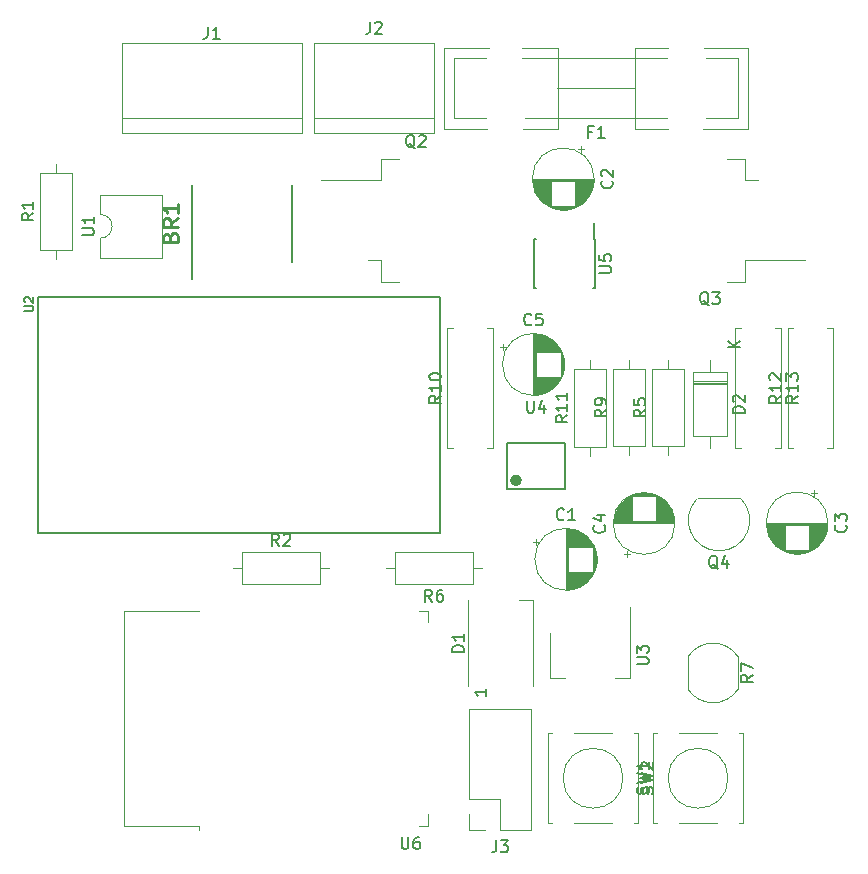
<source format=gbr>
G04 #@! TF.GenerationSoftware,KiCad,Pcbnew,5.0.2+dfsg1-1*
G04 #@! TF.CreationDate,2019-08-06T01:46:57+02:00*
G04 #@! TF.ProjectId,ceiling-light-dimmable,6365696c-696e-4672-9d6c-696768742d64,v1.1.0*
G04 #@! TF.SameCoordinates,Original*
G04 #@! TF.FileFunction,Legend,Top*
G04 #@! TF.FilePolarity,Positive*
%FSLAX46Y46*%
G04 Gerber Fmt 4.6, Leading zero omitted, Abs format (unit mm)*
G04 Created by KiCad (PCBNEW 5.0.2+dfsg1-1) date Tue 06 Aug 2019 01:46:57 AM CEST*
%MOMM*%
%LPD*%
G01*
G04 APERTURE LIST*
%ADD10C,0.120000*%
%ADD11C,0.150000*%
%ADD12C,0.500000*%
%ADD13C,0.200000*%
%ADD14C,0.127000*%
%ADD15C,0.254000*%
G04 APERTURE END LIST*
D10*
G04 #@! TO.C,J3*
X71701000Y-93018000D02*
X69101000Y-93018000D01*
X71701000Y-93018000D02*
X71701000Y-82738000D01*
X71701000Y-82738000D02*
X66501000Y-82738000D01*
X66501000Y-90418000D02*
X66501000Y-82738000D01*
X69101000Y-90418000D02*
X66501000Y-90418000D01*
X69101000Y-93018000D02*
X69101000Y-90418000D01*
X66501000Y-93018000D02*
X66501000Y-91688000D01*
X67831000Y-93018000D02*
X66501000Y-93018000D01*
G04 #@! TO.C,C5*
X74545000Y-53600000D02*
G75*
G03X74545000Y-53600000I-2620000J0D01*
G01*
X71925000Y-51020000D02*
X71925000Y-56180000D01*
X71965000Y-51020000D02*
X71965000Y-56180000D01*
X72005000Y-51021000D02*
X72005000Y-56179000D01*
X72045000Y-51022000D02*
X72045000Y-56178000D01*
X72085000Y-51024000D02*
X72085000Y-56176000D01*
X72125000Y-51027000D02*
X72125000Y-56173000D01*
X72165000Y-51031000D02*
X72165000Y-52560000D01*
X72165000Y-54640000D02*
X72165000Y-56169000D01*
X72205000Y-51035000D02*
X72205000Y-52560000D01*
X72205000Y-54640000D02*
X72205000Y-56165000D01*
X72245000Y-51039000D02*
X72245000Y-52560000D01*
X72245000Y-54640000D02*
X72245000Y-56161000D01*
X72285000Y-51044000D02*
X72285000Y-52560000D01*
X72285000Y-54640000D02*
X72285000Y-56156000D01*
X72325000Y-51050000D02*
X72325000Y-52560000D01*
X72325000Y-54640000D02*
X72325000Y-56150000D01*
X72365000Y-51057000D02*
X72365000Y-52560000D01*
X72365000Y-54640000D02*
X72365000Y-56143000D01*
X72405000Y-51064000D02*
X72405000Y-52560000D01*
X72405000Y-54640000D02*
X72405000Y-56136000D01*
X72445000Y-51072000D02*
X72445000Y-52560000D01*
X72445000Y-54640000D02*
X72445000Y-56128000D01*
X72485000Y-51080000D02*
X72485000Y-52560000D01*
X72485000Y-54640000D02*
X72485000Y-56120000D01*
X72525000Y-51089000D02*
X72525000Y-52560000D01*
X72525000Y-54640000D02*
X72525000Y-56111000D01*
X72565000Y-51099000D02*
X72565000Y-52560000D01*
X72565000Y-54640000D02*
X72565000Y-56101000D01*
X72605000Y-51109000D02*
X72605000Y-52560000D01*
X72605000Y-54640000D02*
X72605000Y-56091000D01*
X72646000Y-51120000D02*
X72646000Y-52560000D01*
X72646000Y-54640000D02*
X72646000Y-56080000D01*
X72686000Y-51132000D02*
X72686000Y-52560000D01*
X72686000Y-54640000D02*
X72686000Y-56068000D01*
X72726000Y-51145000D02*
X72726000Y-52560000D01*
X72726000Y-54640000D02*
X72726000Y-56055000D01*
X72766000Y-51158000D02*
X72766000Y-52560000D01*
X72766000Y-54640000D02*
X72766000Y-56042000D01*
X72806000Y-51172000D02*
X72806000Y-52560000D01*
X72806000Y-54640000D02*
X72806000Y-56028000D01*
X72846000Y-51186000D02*
X72846000Y-52560000D01*
X72846000Y-54640000D02*
X72846000Y-56014000D01*
X72886000Y-51202000D02*
X72886000Y-52560000D01*
X72886000Y-54640000D02*
X72886000Y-55998000D01*
X72926000Y-51218000D02*
X72926000Y-52560000D01*
X72926000Y-54640000D02*
X72926000Y-55982000D01*
X72966000Y-51235000D02*
X72966000Y-52560000D01*
X72966000Y-54640000D02*
X72966000Y-55965000D01*
X73006000Y-51252000D02*
X73006000Y-52560000D01*
X73006000Y-54640000D02*
X73006000Y-55948000D01*
X73046000Y-51271000D02*
X73046000Y-52560000D01*
X73046000Y-54640000D02*
X73046000Y-55929000D01*
X73086000Y-51290000D02*
X73086000Y-52560000D01*
X73086000Y-54640000D02*
X73086000Y-55910000D01*
X73126000Y-51310000D02*
X73126000Y-52560000D01*
X73126000Y-54640000D02*
X73126000Y-55890000D01*
X73166000Y-51332000D02*
X73166000Y-52560000D01*
X73166000Y-54640000D02*
X73166000Y-55868000D01*
X73206000Y-51353000D02*
X73206000Y-52560000D01*
X73206000Y-54640000D02*
X73206000Y-55847000D01*
X73246000Y-51376000D02*
X73246000Y-52560000D01*
X73246000Y-54640000D02*
X73246000Y-55824000D01*
X73286000Y-51400000D02*
X73286000Y-52560000D01*
X73286000Y-54640000D02*
X73286000Y-55800000D01*
X73326000Y-51425000D02*
X73326000Y-52560000D01*
X73326000Y-54640000D02*
X73326000Y-55775000D01*
X73366000Y-51451000D02*
X73366000Y-52560000D01*
X73366000Y-54640000D02*
X73366000Y-55749000D01*
X73406000Y-51478000D02*
X73406000Y-52560000D01*
X73406000Y-54640000D02*
X73406000Y-55722000D01*
X73446000Y-51505000D02*
X73446000Y-52560000D01*
X73446000Y-54640000D02*
X73446000Y-55695000D01*
X73486000Y-51535000D02*
X73486000Y-52560000D01*
X73486000Y-54640000D02*
X73486000Y-55665000D01*
X73526000Y-51565000D02*
X73526000Y-52560000D01*
X73526000Y-54640000D02*
X73526000Y-55635000D01*
X73566000Y-51596000D02*
X73566000Y-52560000D01*
X73566000Y-54640000D02*
X73566000Y-55604000D01*
X73606000Y-51629000D02*
X73606000Y-52560000D01*
X73606000Y-54640000D02*
X73606000Y-55571000D01*
X73646000Y-51663000D02*
X73646000Y-52560000D01*
X73646000Y-54640000D02*
X73646000Y-55537000D01*
X73686000Y-51699000D02*
X73686000Y-52560000D01*
X73686000Y-54640000D02*
X73686000Y-55501000D01*
X73726000Y-51736000D02*
X73726000Y-52560000D01*
X73726000Y-54640000D02*
X73726000Y-55464000D01*
X73766000Y-51774000D02*
X73766000Y-52560000D01*
X73766000Y-54640000D02*
X73766000Y-55426000D01*
X73806000Y-51815000D02*
X73806000Y-52560000D01*
X73806000Y-54640000D02*
X73806000Y-55385000D01*
X73846000Y-51857000D02*
X73846000Y-52560000D01*
X73846000Y-54640000D02*
X73846000Y-55343000D01*
X73886000Y-51901000D02*
X73886000Y-52560000D01*
X73886000Y-54640000D02*
X73886000Y-55299000D01*
X73926000Y-51947000D02*
X73926000Y-52560000D01*
X73926000Y-54640000D02*
X73926000Y-55253000D01*
X73966000Y-51995000D02*
X73966000Y-52560000D01*
X73966000Y-54640000D02*
X73966000Y-55205000D01*
X74006000Y-52046000D02*
X74006000Y-52560000D01*
X74006000Y-54640000D02*
X74006000Y-55154000D01*
X74046000Y-52100000D02*
X74046000Y-52560000D01*
X74046000Y-54640000D02*
X74046000Y-55100000D01*
X74086000Y-52157000D02*
X74086000Y-52560000D01*
X74086000Y-54640000D02*
X74086000Y-55043000D01*
X74126000Y-52217000D02*
X74126000Y-52560000D01*
X74126000Y-54640000D02*
X74126000Y-54983000D01*
X74166000Y-52281000D02*
X74166000Y-52560000D01*
X74166000Y-54640000D02*
X74166000Y-54919000D01*
X74206000Y-52349000D02*
X74206000Y-52560000D01*
X74206000Y-54640000D02*
X74206000Y-54851000D01*
X74246000Y-52422000D02*
X74246000Y-54778000D01*
X74286000Y-52502000D02*
X74286000Y-54698000D01*
X74326000Y-52589000D02*
X74326000Y-54611000D01*
X74366000Y-52685000D02*
X74366000Y-54515000D01*
X74406000Y-52795000D02*
X74406000Y-54405000D01*
X74446000Y-52923000D02*
X74446000Y-54277000D01*
X74486000Y-53082000D02*
X74486000Y-54118000D01*
X74526000Y-53316000D02*
X74526000Y-53884000D01*
X69120225Y-52125000D02*
X69620225Y-52125000D01*
X69370225Y-51875000D02*
X69370225Y-52375000D01*
G04 #@! TO.C,C4*
X79568000Y-69624775D02*
X80068000Y-69624775D01*
X79818000Y-69874775D02*
X79818000Y-69374775D01*
X81009000Y-64469000D02*
X81577000Y-64469000D01*
X80775000Y-64509000D02*
X81811000Y-64509000D01*
X80616000Y-64549000D02*
X81970000Y-64549000D01*
X80488000Y-64589000D02*
X82098000Y-64589000D01*
X80378000Y-64629000D02*
X82208000Y-64629000D01*
X80282000Y-64669000D02*
X82304000Y-64669000D01*
X80195000Y-64709000D02*
X82391000Y-64709000D01*
X80115000Y-64749000D02*
X82471000Y-64749000D01*
X82333000Y-64789000D02*
X82544000Y-64789000D01*
X80042000Y-64789000D02*
X80253000Y-64789000D01*
X82333000Y-64829000D02*
X82612000Y-64829000D01*
X79974000Y-64829000D02*
X80253000Y-64829000D01*
X82333000Y-64869000D02*
X82676000Y-64869000D01*
X79910000Y-64869000D02*
X80253000Y-64869000D01*
X82333000Y-64909000D02*
X82736000Y-64909000D01*
X79850000Y-64909000D02*
X80253000Y-64909000D01*
X82333000Y-64949000D02*
X82793000Y-64949000D01*
X79793000Y-64949000D02*
X80253000Y-64949000D01*
X82333000Y-64989000D02*
X82847000Y-64989000D01*
X79739000Y-64989000D02*
X80253000Y-64989000D01*
X82333000Y-65029000D02*
X82898000Y-65029000D01*
X79688000Y-65029000D02*
X80253000Y-65029000D01*
X82333000Y-65069000D02*
X82946000Y-65069000D01*
X79640000Y-65069000D02*
X80253000Y-65069000D01*
X82333000Y-65109000D02*
X82992000Y-65109000D01*
X79594000Y-65109000D02*
X80253000Y-65109000D01*
X82333000Y-65149000D02*
X83036000Y-65149000D01*
X79550000Y-65149000D02*
X80253000Y-65149000D01*
X82333000Y-65189000D02*
X83078000Y-65189000D01*
X79508000Y-65189000D02*
X80253000Y-65189000D01*
X82333000Y-65229000D02*
X83119000Y-65229000D01*
X79467000Y-65229000D02*
X80253000Y-65229000D01*
X82333000Y-65269000D02*
X83157000Y-65269000D01*
X79429000Y-65269000D02*
X80253000Y-65269000D01*
X82333000Y-65309000D02*
X83194000Y-65309000D01*
X79392000Y-65309000D02*
X80253000Y-65309000D01*
X82333000Y-65349000D02*
X83230000Y-65349000D01*
X79356000Y-65349000D02*
X80253000Y-65349000D01*
X82333000Y-65389000D02*
X83264000Y-65389000D01*
X79322000Y-65389000D02*
X80253000Y-65389000D01*
X82333000Y-65429000D02*
X83297000Y-65429000D01*
X79289000Y-65429000D02*
X80253000Y-65429000D01*
X82333000Y-65469000D02*
X83328000Y-65469000D01*
X79258000Y-65469000D02*
X80253000Y-65469000D01*
X82333000Y-65509000D02*
X83358000Y-65509000D01*
X79228000Y-65509000D02*
X80253000Y-65509000D01*
X82333000Y-65549000D02*
X83388000Y-65549000D01*
X79198000Y-65549000D02*
X80253000Y-65549000D01*
X82333000Y-65589000D02*
X83415000Y-65589000D01*
X79171000Y-65589000D02*
X80253000Y-65589000D01*
X82333000Y-65629000D02*
X83442000Y-65629000D01*
X79144000Y-65629000D02*
X80253000Y-65629000D01*
X82333000Y-65669000D02*
X83468000Y-65669000D01*
X79118000Y-65669000D02*
X80253000Y-65669000D01*
X82333000Y-65709000D02*
X83493000Y-65709000D01*
X79093000Y-65709000D02*
X80253000Y-65709000D01*
X82333000Y-65749000D02*
X83517000Y-65749000D01*
X79069000Y-65749000D02*
X80253000Y-65749000D01*
X82333000Y-65789000D02*
X83540000Y-65789000D01*
X79046000Y-65789000D02*
X80253000Y-65789000D01*
X82333000Y-65829000D02*
X83561000Y-65829000D01*
X79025000Y-65829000D02*
X80253000Y-65829000D01*
X82333000Y-65869000D02*
X83583000Y-65869000D01*
X79003000Y-65869000D02*
X80253000Y-65869000D01*
X82333000Y-65909000D02*
X83603000Y-65909000D01*
X78983000Y-65909000D02*
X80253000Y-65909000D01*
X82333000Y-65949000D02*
X83622000Y-65949000D01*
X78964000Y-65949000D02*
X80253000Y-65949000D01*
X82333000Y-65989000D02*
X83641000Y-65989000D01*
X78945000Y-65989000D02*
X80253000Y-65989000D01*
X82333000Y-66029000D02*
X83658000Y-66029000D01*
X78928000Y-66029000D02*
X80253000Y-66029000D01*
X82333000Y-66069000D02*
X83675000Y-66069000D01*
X78911000Y-66069000D02*
X80253000Y-66069000D01*
X82333000Y-66109000D02*
X83691000Y-66109000D01*
X78895000Y-66109000D02*
X80253000Y-66109000D01*
X82333000Y-66149000D02*
X83707000Y-66149000D01*
X78879000Y-66149000D02*
X80253000Y-66149000D01*
X82333000Y-66189000D02*
X83721000Y-66189000D01*
X78865000Y-66189000D02*
X80253000Y-66189000D01*
X82333000Y-66229000D02*
X83735000Y-66229000D01*
X78851000Y-66229000D02*
X80253000Y-66229000D01*
X82333000Y-66269000D02*
X83748000Y-66269000D01*
X78838000Y-66269000D02*
X80253000Y-66269000D01*
X82333000Y-66309000D02*
X83761000Y-66309000D01*
X78825000Y-66309000D02*
X80253000Y-66309000D01*
X82333000Y-66349000D02*
X83773000Y-66349000D01*
X78813000Y-66349000D02*
X80253000Y-66349000D01*
X82333000Y-66390000D02*
X83784000Y-66390000D01*
X78802000Y-66390000D02*
X80253000Y-66390000D01*
X82333000Y-66430000D02*
X83794000Y-66430000D01*
X78792000Y-66430000D02*
X80253000Y-66430000D01*
X82333000Y-66470000D02*
X83804000Y-66470000D01*
X78782000Y-66470000D02*
X80253000Y-66470000D01*
X82333000Y-66510000D02*
X83813000Y-66510000D01*
X78773000Y-66510000D02*
X80253000Y-66510000D01*
X82333000Y-66550000D02*
X83821000Y-66550000D01*
X78765000Y-66550000D02*
X80253000Y-66550000D01*
X82333000Y-66590000D02*
X83829000Y-66590000D01*
X78757000Y-66590000D02*
X80253000Y-66590000D01*
X82333000Y-66630000D02*
X83836000Y-66630000D01*
X78750000Y-66630000D02*
X80253000Y-66630000D01*
X82333000Y-66670000D02*
X83843000Y-66670000D01*
X78743000Y-66670000D02*
X80253000Y-66670000D01*
X82333000Y-66710000D02*
X83849000Y-66710000D01*
X78737000Y-66710000D02*
X80253000Y-66710000D01*
X82333000Y-66750000D02*
X83854000Y-66750000D01*
X78732000Y-66750000D02*
X80253000Y-66750000D01*
X82333000Y-66790000D02*
X83858000Y-66790000D01*
X78728000Y-66790000D02*
X80253000Y-66790000D01*
X82333000Y-66830000D02*
X83862000Y-66830000D01*
X78724000Y-66830000D02*
X80253000Y-66830000D01*
X78720000Y-66870000D02*
X83866000Y-66870000D01*
X78717000Y-66910000D02*
X83869000Y-66910000D01*
X78715000Y-66950000D02*
X83871000Y-66950000D01*
X78714000Y-66990000D02*
X83872000Y-66990000D01*
X78713000Y-67030000D02*
X83873000Y-67030000D01*
X78713000Y-67070000D02*
X83873000Y-67070000D01*
X83913000Y-67070000D02*
G75*
G03X83913000Y-67070000I-2620000J0D01*
G01*
G04 #@! TO.C,C1*
X77289000Y-70098000D02*
G75*
G03X77289000Y-70098000I-2620000J0D01*
G01*
X74669000Y-67518000D02*
X74669000Y-72678000D01*
X74709000Y-67518000D02*
X74709000Y-72678000D01*
X74749000Y-67519000D02*
X74749000Y-72677000D01*
X74789000Y-67520000D02*
X74789000Y-72676000D01*
X74829000Y-67522000D02*
X74829000Y-72674000D01*
X74869000Y-67525000D02*
X74869000Y-72671000D01*
X74909000Y-67529000D02*
X74909000Y-69058000D01*
X74909000Y-71138000D02*
X74909000Y-72667000D01*
X74949000Y-67533000D02*
X74949000Y-69058000D01*
X74949000Y-71138000D02*
X74949000Y-72663000D01*
X74989000Y-67537000D02*
X74989000Y-69058000D01*
X74989000Y-71138000D02*
X74989000Y-72659000D01*
X75029000Y-67542000D02*
X75029000Y-69058000D01*
X75029000Y-71138000D02*
X75029000Y-72654000D01*
X75069000Y-67548000D02*
X75069000Y-69058000D01*
X75069000Y-71138000D02*
X75069000Y-72648000D01*
X75109000Y-67555000D02*
X75109000Y-69058000D01*
X75109000Y-71138000D02*
X75109000Y-72641000D01*
X75149000Y-67562000D02*
X75149000Y-69058000D01*
X75149000Y-71138000D02*
X75149000Y-72634000D01*
X75189000Y-67570000D02*
X75189000Y-69058000D01*
X75189000Y-71138000D02*
X75189000Y-72626000D01*
X75229000Y-67578000D02*
X75229000Y-69058000D01*
X75229000Y-71138000D02*
X75229000Y-72618000D01*
X75269000Y-67587000D02*
X75269000Y-69058000D01*
X75269000Y-71138000D02*
X75269000Y-72609000D01*
X75309000Y-67597000D02*
X75309000Y-69058000D01*
X75309000Y-71138000D02*
X75309000Y-72599000D01*
X75349000Y-67607000D02*
X75349000Y-69058000D01*
X75349000Y-71138000D02*
X75349000Y-72589000D01*
X75390000Y-67618000D02*
X75390000Y-69058000D01*
X75390000Y-71138000D02*
X75390000Y-72578000D01*
X75430000Y-67630000D02*
X75430000Y-69058000D01*
X75430000Y-71138000D02*
X75430000Y-72566000D01*
X75470000Y-67643000D02*
X75470000Y-69058000D01*
X75470000Y-71138000D02*
X75470000Y-72553000D01*
X75510000Y-67656000D02*
X75510000Y-69058000D01*
X75510000Y-71138000D02*
X75510000Y-72540000D01*
X75550000Y-67670000D02*
X75550000Y-69058000D01*
X75550000Y-71138000D02*
X75550000Y-72526000D01*
X75590000Y-67684000D02*
X75590000Y-69058000D01*
X75590000Y-71138000D02*
X75590000Y-72512000D01*
X75630000Y-67700000D02*
X75630000Y-69058000D01*
X75630000Y-71138000D02*
X75630000Y-72496000D01*
X75670000Y-67716000D02*
X75670000Y-69058000D01*
X75670000Y-71138000D02*
X75670000Y-72480000D01*
X75710000Y-67733000D02*
X75710000Y-69058000D01*
X75710000Y-71138000D02*
X75710000Y-72463000D01*
X75750000Y-67750000D02*
X75750000Y-69058000D01*
X75750000Y-71138000D02*
X75750000Y-72446000D01*
X75790000Y-67769000D02*
X75790000Y-69058000D01*
X75790000Y-71138000D02*
X75790000Y-72427000D01*
X75830000Y-67788000D02*
X75830000Y-69058000D01*
X75830000Y-71138000D02*
X75830000Y-72408000D01*
X75870000Y-67808000D02*
X75870000Y-69058000D01*
X75870000Y-71138000D02*
X75870000Y-72388000D01*
X75910000Y-67830000D02*
X75910000Y-69058000D01*
X75910000Y-71138000D02*
X75910000Y-72366000D01*
X75950000Y-67851000D02*
X75950000Y-69058000D01*
X75950000Y-71138000D02*
X75950000Y-72345000D01*
X75990000Y-67874000D02*
X75990000Y-69058000D01*
X75990000Y-71138000D02*
X75990000Y-72322000D01*
X76030000Y-67898000D02*
X76030000Y-69058000D01*
X76030000Y-71138000D02*
X76030000Y-72298000D01*
X76070000Y-67923000D02*
X76070000Y-69058000D01*
X76070000Y-71138000D02*
X76070000Y-72273000D01*
X76110000Y-67949000D02*
X76110000Y-69058000D01*
X76110000Y-71138000D02*
X76110000Y-72247000D01*
X76150000Y-67976000D02*
X76150000Y-69058000D01*
X76150000Y-71138000D02*
X76150000Y-72220000D01*
X76190000Y-68003000D02*
X76190000Y-69058000D01*
X76190000Y-71138000D02*
X76190000Y-72193000D01*
X76230000Y-68033000D02*
X76230000Y-69058000D01*
X76230000Y-71138000D02*
X76230000Y-72163000D01*
X76270000Y-68063000D02*
X76270000Y-69058000D01*
X76270000Y-71138000D02*
X76270000Y-72133000D01*
X76310000Y-68094000D02*
X76310000Y-69058000D01*
X76310000Y-71138000D02*
X76310000Y-72102000D01*
X76350000Y-68127000D02*
X76350000Y-69058000D01*
X76350000Y-71138000D02*
X76350000Y-72069000D01*
X76390000Y-68161000D02*
X76390000Y-69058000D01*
X76390000Y-71138000D02*
X76390000Y-72035000D01*
X76430000Y-68197000D02*
X76430000Y-69058000D01*
X76430000Y-71138000D02*
X76430000Y-71999000D01*
X76470000Y-68234000D02*
X76470000Y-69058000D01*
X76470000Y-71138000D02*
X76470000Y-71962000D01*
X76510000Y-68272000D02*
X76510000Y-69058000D01*
X76510000Y-71138000D02*
X76510000Y-71924000D01*
X76550000Y-68313000D02*
X76550000Y-69058000D01*
X76550000Y-71138000D02*
X76550000Y-71883000D01*
X76590000Y-68355000D02*
X76590000Y-69058000D01*
X76590000Y-71138000D02*
X76590000Y-71841000D01*
X76630000Y-68399000D02*
X76630000Y-69058000D01*
X76630000Y-71138000D02*
X76630000Y-71797000D01*
X76670000Y-68445000D02*
X76670000Y-69058000D01*
X76670000Y-71138000D02*
X76670000Y-71751000D01*
X76710000Y-68493000D02*
X76710000Y-69058000D01*
X76710000Y-71138000D02*
X76710000Y-71703000D01*
X76750000Y-68544000D02*
X76750000Y-69058000D01*
X76750000Y-71138000D02*
X76750000Y-71652000D01*
X76790000Y-68598000D02*
X76790000Y-69058000D01*
X76790000Y-71138000D02*
X76790000Y-71598000D01*
X76830000Y-68655000D02*
X76830000Y-69058000D01*
X76830000Y-71138000D02*
X76830000Y-71541000D01*
X76870000Y-68715000D02*
X76870000Y-69058000D01*
X76870000Y-71138000D02*
X76870000Y-71481000D01*
X76910000Y-68779000D02*
X76910000Y-69058000D01*
X76910000Y-71138000D02*
X76910000Y-71417000D01*
X76950000Y-68847000D02*
X76950000Y-69058000D01*
X76950000Y-71138000D02*
X76950000Y-71349000D01*
X76990000Y-68920000D02*
X76990000Y-71276000D01*
X77030000Y-69000000D02*
X77030000Y-71196000D01*
X77070000Y-69087000D02*
X77070000Y-71109000D01*
X77110000Y-69183000D02*
X77110000Y-71013000D01*
X77150000Y-69293000D02*
X77150000Y-70903000D01*
X77190000Y-69421000D02*
X77190000Y-70775000D01*
X77230000Y-69580000D02*
X77230000Y-70616000D01*
X77270000Y-69814000D02*
X77270000Y-70382000D01*
X71864225Y-68623000D02*
X72364225Y-68623000D01*
X72114225Y-68373000D02*
X72114225Y-68873000D01*
G04 #@! TO.C,C2*
X76175000Y-35345225D02*
X75675000Y-35345225D01*
X75925000Y-35095225D02*
X75925000Y-35595225D01*
X74734000Y-40501000D02*
X74166000Y-40501000D01*
X74968000Y-40461000D02*
X73932000Y-40461000D01*
X75127000Y-40421000D02*
X73773000Y-40421000D01*
X75255000Y-40381000D02*
X73645000Y-40381000D01*
X75365000Y-40341000D02*
X73535000Y-40341000D01*
X75461000Y-40301000D02*
X73439000Y-40301000D01*
X75548000Y-40261000D02*
X73352000Y-40261000D01*
X75628000Y-40221000D02*
X73272000Y-40221000D01*
X73410000Y-40181000D02*
X73199000Y-40181000D01*
X75701000Y-40181000D02*
X75490000Y-40181000D01*
X73410000Y-40141000D02*
X73131000Y-40141000D01*
X75769000Y-40141000D02*
X75490000Y-40141000D01*
X73410000Y-40101000D02*
X73067000Y-40101000D01*
X75833000Y-40101000D02*
X75490000Y-40101000D01*
X73410000Y-40061000D02*
X73007000Y-40061000D01*
X75893000Y-40061000D02*
X75490000Y-40061000D01*
X73410000Y-40021000D02*
X72950000Y-40021000D01*
X75950000Y-40021000D02*
X75490000Y-40021000D01*
X73410000Y-39981000D02*
X72896000Y-39981000D01*
X76004000Y-39981000D02*
X75490000Y-39981000D01*
X73410000Y-39941000D02*
X72845000Y-39941000D01*
X76055000Y-39941000D02*
X75490000Y-39941000D01*
X73410000Y-39901000D02*
X72797000Y-39901000D01*
X76103000Y-39901000D02*
X75490000Y-39901000D01*
X73410000Y-39861000D02*
X72751000Y-39861000D01*
X76149000Y-39861000D02*
X75490000Y-39861000D01*
X73410000Y-39821000D02*
X72707000Y-39821000D01*
X76193000Y-39821000D02*
X75490000Y-39821000D01*
X73410000Y-39781000D02*
X72665000Y-39781000D01*
X76235000Y-39781000D02*
X75490000Y-39781000D01*
X73410000Y-39741000D02*
X72624000Y-39741000D01*
X76276000Y-39741000D02*
X75490000Y-39741000D01*
X73410000Y-39701000D02*
X72586000Y-39701000D01*
X76314000Y-39701000D02*
X75490000Y-39701000D01*
X73410000Y-39661000D02*
X72549000Y-39661000D01*
X76351000Y-39661000D02*
X75490000Y-39661000D01*
X73410000Y-39621000D02*
X72513000Y-39621000D01*
X76387000Y-39621000D02*
X75490000Y-39621000D01*
X73410000Y-39581000D02*
X72479000Y-39581000D01*
X76421000Y-39581000D02*
X75490000Y-39581000D01*
X73410000Y-39541000D02*
X72446000Y-39541000D01*
X76454000Y-39541000D02*
X75490000Y-39541000D01*
X73410000Y-39501000D02*
X72415000Y-39501000D01*
X76485000Y-39501000D02*
X75490000Y-39501000D01*
X73410000Y-39461000D02*
X72385000Y-39461000D01*
X76515000Y-39461000D02*
X75490000Y-39461000D01*
X73410000Y-39421000D02*
X72355000Y-39421000D01*
X76545000Y-39421000D02*
X75490000Y-39421000D01*
X73410000Y-39381000D02*
X72328000Y-39381000D01*
X76572000Y-39381000D02*
X75490000Y-39381000D01*
X73410000Y-39341000D02*
X72301000Y-39341000D01*
X76599000Y-39341000D02*
X75490000Y-39341000D01*
X73410000Y-39301000D02*
X72275000Y-39301000D01*
X76625000Y-39301000D02*
X75490000Y-39301000D01*
X73410000Y-39261000D02*
X72250000Y-39261000D01*
X76650000Y-39261000D02*
X75490000Y-39261000D01*
X73410000Y-39221000D02*
X72226000Y-39221000D01*
X76674000Y-39221000D02*
X75490000Y-39221000D01*
X73410000Y-39181000D02*
X72203000Y-39181000D01*
X76697000Y-39181000D02*
X75490000Y-39181000D01*
X73410000Y-39141000D02*
X72182000Y-39141000D01*
X76718000Y-39141000D02*
X75490000Y-39141000D01*
X73410000Y-39101000D02*
X72160000Y-39101000D01*
X76740000Y-39101000D02*
X75490000Y-39101000D01*
X73410000Y-39061000D02*
X72140000Y-39061000D01*
X76760000Y-39061000D02*
X75490000Y-39061000D01*
X73410000Y-39021000D02*
X72121000Y-39021000D01*
X76779000Y-39021000D02*
X75490000Y-39021000D01*
X73410000Y-38981000D02*
X72102000Y-38981000D01*
X76798000Y-38981000D02*
X75490000Y-38981000D01*
X73410000Y-38941000D02*
X72085000Y-38941000D01*
X76815000Y-38941000D02*
X75490000Y-38941000D01*
X73410000Y-38901000D02*
X72068000Y-38901000D01*
X76832000Y-38901000D02*
X75490000Y-38901000D01*
X73410000Y-38861000D02*
X72052000Y-38861000D01*
X76848000Y-38861000D02*
X75490000Y-38861000D01*
X73410000Y-38821000D02*
X72036000Y-38821000D01*
X76864000Y-38821000D02*
X75490000Y-38821000D01*
X73410000Y-38781000D02*
X72022000Y-38781000D01*
X76878000Y-38781000D02*
X75490000Y-38781000D01*
X73410000Y-38741000D02*
X72008000Y-38741000D01*
X76892000Y-38741000D02*
X75490000Y-38741000D01*
X73410000Y-38701000D02*
X71995000Y-38701000D01*
X76905000Y-38701000D02*
X75490000Y-38701000D01*
X73410000Y-38661000D02*
X71982000Y-38661000D01*
X76918000Y-38661000D02*
X75490000Y-38661000D01*
X73410000Y-38621000D02*
X71970000Y-38621000D01*
X76930000Y-38621000D02*
X75490000Y-38621000D01*
X73410000Y-38580000D02*
X71959000Y-38580000D01*
X76941000Y-38580000D02*
X75490000Y-38580000D01*
X73410000Y-38540000D02*
X71949000Y-38540000D01*
X76951000Y-38540000D02*
X75490000Y-38540000D01*
X73410000Y-38500000D02*
X71939000Y-38500000D01*
X76961000Y-38500000D02*
X75490000Y-38500000D01*
X73410000Y-38460000D02*
X71930000Y-38460000D01*
X76970000Y-38460000D02*
X75490000Y-38460000D01*
X73410000Y-38420000D02*
X71922000Y-38420000D01*
X76978000Y-38420000D02*
X75490000Y-38420000D01*
X73410000Y-38380000D02*
X71914000Y-38380000D01*
X76986000Y-38380000D02*
X75490000Y-38380000D01*
X73410000Y-38340000D02*
X71907000Y-38340000D01*
X76993000Y-38340000D02*
X75490000Y-38340000D01*
X73410000Y-38300000D02*
X71900000Y-38300000D01*
X77000000Y-38300000D02*
X75490000Y-38300000D01*
X73410000Y-38260000D02*
X71894000Y-38260000D01*
X77006000Y-38260000D02*
X75490000Y-38260000D01*
X73410000Y-38220000D02*
X71889000Y-38220000D01*
X77011000Y-38220000D02*
X75490000Y-38220000D01*
X73410000Y-38180000D02*
X71885000Y-38180000D01*
X77015000Y-38180000D02*
X75490000Y-38180000D01*
X73410000Y-38140000D02*
X71881000Y-38140000D01*
X77019000Y-38140000D02*
X75490000Y-38140000D01*
X77023000Y-38100000D02*
X71877000Y-38100000D01*
X77026000Y-38060000D02*
X71874000Y-38060000D01*
X77028000Y-38020000D02*
X71872000Y-38020000D01*
X77029000Y-37980000D02*
X71871000Y-37980000D01*
X77030000Y-37940000D02*
X71870000Y-37940000D01*
X77030000Y-37900000D02*
X71870000Y-37900000D01*
X77070000Y-37900000D02*
G75*
G03X77070000Y-37900000I-2620000J0D01*
G01*
G04 #@! TO.C,C3*
X96867000Y-67030000D02*
G75*
G03X96867000Y-67030000I-2620000J0D01*
G01*
X96827000Y-67030000D02*
X91667000Y-67030000D01*
X96827000Y-67070000D02*
X91667000Y-67070000D01*
X96826000Y-67110000D02*
X91668000Y-67110000D01*
X96825000Y-67150000D02*
X91669000Y-67150000D01*
X96823000Y-67190000D02*
X91671000Y-67190000D01*
X96820000Y-67230000D02*
X91674000Y-67230000D01*
X96816000Y-67270000D02*
X95287000Y-67270000D01*
X93207000Y-67270000D02*
X91678000Y-67270000D01*
X96812000Y-67310000D02*
X95287000Y-67310000D01*
X93207000Y-67310000D02*
X91682000Y-67310000D01*
X96808000Y-67350000D02*
X95287000Y-67350000D01*
X93207000Y-67350000D02*
X91686000Y-67350000D01*
X96803000Y-67390000D02*
X95287000Y-67390000D01*
X93207000Y-67390000D02*
X91691000Y-67390000D01*
X96797000Y-67430000D02*
X95287000Y-67430000D01*
X93207000Y-67430000D02*
X91697000Y-67430000D01*
X96790000Y-67470000D02*
X95287000Y-67470000D01*
X93207000Y-67470000D02*
X91704000Y-67470000D01*
X96783000Y-67510000D02*
X95287000Y-67510000D01*
X93207000Y-67510000D02*
X91711000Y-67510000D01*
X96775000Y-67550000D02*
X95287000Y-67550000D01*
X93207000Y-67550000D02*
X91719000Y-67550000D01*
X96767000Y-67590000D02*
X95287000Y-67590000D01*
X93207000Y-67590000D02*
X91727000Y-67590000D01*
X96758000Y-67630000D02*
X95287000Y-67630000D01*
X93207000Y-67630000D02*
X91736000Y-67630000D01*
X96748000Y-67670000D02*
X95287000Y-67670000D01*
X93207000Y-67670000D02*
X91746000Y-67670000D01*
X96738000Y-67710000D02*
X95287000Y-67710000D01*
X93207000Y-67710000D02*
X91756000Y-67710000D01*
X96727000Y-67751000D02*
X95287000Y-67751000D01*
X93207000Y-67751000D02*
X91767000Y-67751000D01*
X96715000Y-67791000D02*
X95287000Y-67791000D01*
X93207000Y-67791000D02*
X91779000Y-67791000D01*
X96702000Y-67831000D02*
X95287000Y-67831000D01*
X93207000Y-67831000D02*
X91792000Y-67831000D01*
X96689000Y-67871000D02*
X95287000Y-67871000D01*
X93207000Y-67871000D02*
X91805000Y-67871000D01*
X96675000Y-67911000D02*
X95287000Y-67911000D01*
X93207000Y-67911000D02*
X91819000Y-67911000D01*
X96661000Y-67951000D02*
X95287000Y-67951000D01*
X93207000Y-67951000D02*
X91833000Y-67951000D01*
X96645000Y-67991000D02*
X95287000Y-67991000D01*
X93207000Y-67991000D02*
X91849000Y-67991000D01*
X96629000Y-68031000D02*
X95287000Y-68031000D01*
X93207000Y-68031000D02*
X91865000Y-68031000D01*
X96612000Y-68071000D02*
X95287000Y-68071000D01*
X93207000Y-68071000D02*
X91882000Y-68071000D01*
X96595000Y-68111000D02*
X95287000Y-68111000D01*
X93207000Y-68111000D02*
X91899000Y-68111000D01*
X96576000Y-68151000D02*
X95287000Y-68151000D01*
X93207000Y-68151000D02*
X91918000Y-68151000D01*
X96557000Y-68191000D02*
X95287000Y-68191000D01*
X93207000Y-68191000D02*
X91937000Y-68191000D01*
X96537000Y-68231000D02*
X95287000Y-68231000D01*
X93207000Y-68231000D02*
X91957000Y-68231000D01*
X96515000Y-68271000D02*
X95287000Y-68271000D01*
X93207000Y-68271000D02*
X91979000Y-68271000D01*
X96494000Y-68311000D02*
X95287000Y-68311000D01*
X93207000Y-68311000D02*
X92000000Y-68311000D01*
X96471000Y-68351000D02*
X95287000Y-68351000D01*
X93207000Y-68351000D02*
X92023000Y-68351000D01*
X96447000Y-68391000D02*
X95287000Y-68391000D01*
X93207000Y-68391000D02*
X92047000Y-68391000D01*
X96422000Y-68431000D02*
X95287000Y-68431000D01*
X93207000Y-68431000D02*
X92072000Y-68431000D01*
X96396000Y-68471000D02*
X95287000Y-68471000D01*
X93207000Y-68471000D02*
X92098000Y-68471000D01*
X96369000Y-68511000D02*
X95287000Y-68511000D01*
X93207000Y-68511000D02*
X92125000Y-68511000D01*
X96342000Y-68551000D02*
X95287000Y-68551000D01*
X93207000Y-68551000D02*
X92152000Y-68551000D01*
X96312000Y-68591000D02*
X95287000Y-68591000D01*
X93207000Y-68591000D02*
X92182000Y-68591000D01*
X96282000Y-68631000D02*
X95287000Y-68631000D01*
X93207000Y-68631000D02*
X92212000Y-68631000D01*
X96251000Y-68671000D02*
X95287000Y-68671000D01*
X93207000Y-68671000D02*
X92243000Y-68671000D01*
X96218000Y-68711000D02*
X95287000Y-68711000D01*
X93207000Y-68711000D02*
X92276000Y-68711000D01*
X96184000Y-68751000D02*
X95287000Y-68751000D01*
X93207000Y-68751000D02*
X92310000Y-68751000D01*
X96148000Y-68791000D02*
X95287000Y-68791000D01*
X93207000Y-68791000D02*
X92346000Y-68791000D01*
X96111000Y-68831000D02*
X95287000Y-68831000D01*
X93207000Y-68831000D02*
X92383000Y-68831000D01*
X96073000Y-68871000D02*
X95287000Y-68871000D01*
X93207000Y-68871000D02*
X92421000Y-68871000D01*
X96032000Y-68911000D02*
X95287000Y-68911000D01*
X93207000Y-68911000D02*
X92462000Y-68911000D01*
X95990000Y-68951000D02*
X95287000Y-68951000D01*
X93207000Y-68951000D02*
X92504000Y-68951000D01*
X95946000Y-68991000D02*
X95287000Y-68991000D01*
X93207000Y-68991000D02*
X92548000Y-68991000D01*
X95900000Y-69031000D02*
X95287000Y-69031000D01*
X93207000Y-69031000D02*
X92594000Y-69031000D01*
X95852000Y-69071000D02*
X95287000Y-69071000D01*
X93207000Y-69071000D02*
X92642000Y-69071000D01*
X95801000Y-69111000D02*
X95287000Y-69111000D01*
X93207000Y-69111000D02*
X92693000Y-69111000D01*
X95747000Y-69151000D02*
X95287000Y-69151000D01*
X93207000Y-69151000D02*
X92747000Y-69151000D01*
X95690000Y-69191000D02*
X95287000Y-69191000D01*
X93207000Y-69191000D02*
X92804000Y-69191000D01*
X95630000Y-69231000D02*
X95287000Y-69231000D01*
X93207000Y-69231000D02*
X92864000Y-69231000D01*
X95566000Y-69271000D02*
X95287000Y-69271000D01*
X93207000Y-69271000D02*
X92928000Y-69271000D01*
X95498000Y-69311000D02*
X95287000Y-69311000D01*
X93207000Y-69311000D02*
X92996000Y-69311000D01*
X95425000Y-69351000D02*
X93069000Y-69351000D01*
X95345000Y-69391000D02*
X93149000Y-69391000D01*
X95258000Y-69431000D02*
X93236000Y-69431000D01*
X95162000Y-69471000D02*
X93332000Y-69471000D01*
X95052000Y-69511000D02*
X93442000Y-69511000D01*
X94924000Y-69551000D02*
X93570000Y-69551000D01*
X94765000Y-69591000D02*
X93729000Y-69591000D01*
X94531000Y-69631000D02*
X93963000Y-69631000D01*
X95722000Y-64225225D02*
X95722000Y-64725225D01*
X95972000Y-64475225D02*
X95472000Y-64475225D01*
D11*
G04 #@! TO.C,U4*
X69699000Y-60274000D02*
X69699000Y-64174000D01*
X69699000Y-64174000D02*
X74599000Y-64174000D01*
X74599000Y-60274000D02*
X74599000Y-64174000D01*
X69699000Y-60274000D02*
X74599000Y-60274000D01*
D12*
X70699000Y-63424000D02*
G75*
G03X70699000Y-63424000I-250000J0D01*
G01*
D10*
G04 #@! TO.C,SW2*
X79515000Y-88640000D02*
G75*
G03X79515000Y-88640000I-2540000J0D01*
G01*
X73465000Y-84830000D02*
X73165000Y-84830000D01*
X73465000Y-92450000D02*
X73165000Y-92450000D01*
X78545000Y-84830000D02*
X75405000Y-84830000D01*
X78545000Y-92450000D02*
X75405000Y-92450000D01*
X80785000Y-84830000D02*
X80485000Y-84830000D01*
X73165000Y-92450000D02*
X73165000Y-84830000D01*
X80785000Y-92450000D02*
X80485000Y-92450000D01*
X80785000Y-84830000D02*
X80785000Y-92450000D01*
G04 #@! TO.C,SW1*
X82055000Y-92450000D02*
X82055000Y-84830000D01*
X82055000Y-84830000D02*
X82355000Y-84830000D01*
X89675000Y-84830000D02*
X89675000Y-92450000D01*
X82055000Y-92450000D02*
X82355000Y-92450000D01*
X84295000Y-84830000D02*
X87435000Y-84830000D01*
X84295000Y-92450000D02*
X87435000Y-92450000D01*
X89375000Y-84830000D02*
X89675000Y-84830000D01*
X89375000Y-92450000D02*
X89675000Y-92450000D01*
X88405000Y-88640000D02*
G75*
G03X88405000Y-88640000I-2540000J0D01*
G01*
G04 #@! TO.C,D2*
X88351000Y-54262000D02*
X85411000Y-54262000D01*
X85411000Y-54262000D02*
X85411000Y-59702000D01*
X85411000Y-59702000D02*
X88351000Y-59702000D01*
X88351000Y-59702000D02*
X88351000Y-54262000D01*
X86881000Y-53242000D02*
X86881000Y-54262000D01*
X86881000Y-60722000D02*
X86881000Y-59702000D01*
X88351000Y-55162000D02*
X85411000Y-55162000D01*
X88351000Y-55282000D02*
X85411000Y-55282000D01*
X88351000Y-55042000D02*
X85411000Y-55042000D01*
D13*
G04 #@! TO.C,BR1*
X51512000Y-44900000D02*
X51512000Y-38400000D01*
X43002000Y-46355000D02*
X43002000Y-38400000D01*
D10*
G04 #@! TO.C,F1*
X73939000Y-30220000D02*
X80439000Y-30220000D01*
X64319000Y-26790000D02*
X68129000Y-26790000D01*
X73969000Y-26790000D02*
X70929000Y-26790000D01*
X71469000Y-27680000D02*
X70929000Y-27680000D01*
X65209000Y-27680000D02*
X67879000Y-27680000D01*
X73969000Y-32760000D02*
X71179000Y-32760000D01*
X65209000Y-32760000D02*
X67879000Y-32760000D01*
X64319000Y-33650000D02*
X67999000Y-33650000D01*
X73969000Y-33650000D02*
X71049000Y-33650000D01*
X90059000Y-26790000D02*
X86369000Y-26790000D01*
X80529000Y-26790000D02*
X83329000Y-26790000D01*
X83069000Y-27680000D02*
X83199000Y-27680000D01*
X83069000Y-27680000D02*
X80529000Y-27680000D01*
X89289000Y-27680000D02*
X86499000Y-27680000D01*
X90059000Y-33650000D02*
X86249000Y-33650000D01*
X80529000Y-33650000D02*
X83329000Y-33650000D01*
X80529000Y-32760000D02*
X83199000Y-32760000D01*
X89289000Y-32760000D02*
X86499000Y-32760000D01*
X64319000Y-33650000D02*
X64319000Y-26790000D01*
X73969000Y-26790000D02*
X73969000Y-27680000D01*
X73969000Y-33650000D02*
X73969000Y-32760000D01*
X90059000Y-33650000D02*
X90059000Y-26790000D01*
X80529000Y-26790000D02*
X80529000Y-27680000D01*
X80529000Y-33650000D02*
X80529000Y-32630000D01*
X71469000Y-27680000D02*
X83159000Y-27680000D01*
X83029000Y-32760000D02*
X71469000Y-32760000D01*
X80529000Y-30220000D02*
X80529000Y-32760000D01*
X89289000Y-32760000D02*
X89289000Y-27680000D01*
X80529000Y-27680000D02*
X80529000Y-30220000D01*
X73969000Y-30220000D02*
X73969000Y-32760000D01*
X65209000Y-32760000D02*
X65209000Y-27680000D01*
X73969000Y-27680000D02*
X73969000Y-30220000D01*
G04 #@! TO.C,D1*
X66351000Y-80860000D02*
X66351000Y-73560000D01*
X71851000Y-80860000D02*
X71851000Y-73560000D01*
X71851000Y-73560000D02*
X70701000Y-73560000D01*
G04 #@! TO.C,R7*
X85035000Y-78326000D02*
X85035000Y-81126000D01*
X89235000Y-78326000D02*
X89235000Y-81126000D01*
X85025758Y-81112037D02*
G75*
G03X89235000Y-81126000I2109242J1386037D01*
G01*
X89244242Y-78339963D02*
G75*
G03X85035000Y-78326000I-2109242J-1386037D01*
G01*
G04 #@! TO.C,U1*
X35259000Y-40904000D02*
G75*
G02X35259000Y-42904000I0J-1000000D01*
G01*
X35259000Y-42904000D02*
X35259000Y-44554000D01*
X35259000Y-44554000D02*
X40459000Y-44554000D01*
X40459000Y-44554000D02*
X40459000Y-39254000D01*
X40459000Y-39254000D02*
X35259000Y-39254000D01*
X35259000Y-39254000D02*
X35259000Y-40904000D01*
D11*
G04 #@! TO.C,U5*
X77125000Y-43000000D02*
X77075000Y-43000000D01*
X77125000Y-47150000D02*
X76980000Y-47150000D01*
X71975000Y-47150000D02*
X72120000Y-47150000D01*
X71975000Y-43000000D02*
X72120000Y-43000000D01*
X77125000Y-43000000D02*
X77125000Y-47150000D01*
X71975000Y-43000000D02*
X71975000Y-47150000D01*
X77075000Y-43000000D02*
X77075000Y-41600000D01*
D10*
G04 #@! TO.C,U3*
X73311000Y-80136000D02*
X74571000Y-80136000D01*
X80131000Y-80136000D02*
X78871000Y-80136000D01*
X73311000Y-76376000D02*
X73311000Y-80136000D01*
X80131000Y-74126000D02*
X80131000Y-80136000D01*
G04 #@! TO.C,Q3*
X89831000Y-38006000D02*
X90931000Y-38006000D01*
X89831000Y-36196000D02*
X89831000Y-38006000D01*
X88331000Y-36196000D02*
X89831000Y-36196000D01*
X89831000Y-44786000D02*
X94956000Y-44786000D01*
X89831000Y-46596000D02*
X89831000Y-44786000D01*
X88331000Y-46596000D02*
X89831000Y-46596000D01*
G04 #@! TO.C,Q2*
X60539000Y-36196000D02*
X59039000Y-36196000D01*
X59039000Y-36196000D02*
X59039000Y-38006000D01*
X59039000Y-38006000D02*
X53914000Y-38006000D01*
X60539000Y-46596000D02*
X59039000Y-46596000D01*
X59039000Y-46596000D02*
X59039000Y-44786000D01*
X59039000Y-44786000D02*
X57939000Y-44786000D01*
G04 #@! TO.C,Q4*
X89443000Y-64946000D02*
X85843000Y-64946000D01*
X89481478Y-64957522D02*
G75*
G02X87643000Y-69396000I-1838478J-1838478D01*
G01*
X85804522Y-64957522D02*
G75*
G03X87643000Y-69396000I1838478J-1838478D01*
G01*
D14*
G04 #@! TO.C,U2*
X64003000Y-67906000D02*
X64003000Y-47906000D01*
X30003000Y-47906000D02*
X30003000Y-67906000D01*
X30003000Y-67906000D02*
X64003000Y-67906000D01*
X64003000Y-47906000D02*
X30003000Y-47906000D01*
D10*
G04 #@! TO.C,U6*
X62199000Y-92680000D02*
X62979000Y-92680000D01*
X62979000Y-92680000D02*
X62979000Y-91680000D01*
X62199000Y-74440000D02*
X62979000Y-74440000D01*
X62979000Y-74440000D02*
X62979000Y-75440000D01*
X37234000Y-92680000D02*
X37234000Y-74440000D01*
X37234000Y-74440000D02*
X43654000Y-74440000D01*
X37234000Y-92680000D02*
X43654000Y-92680000D01*
X43654000Y-92680000D02*
X43654000Y-93060000D01*
G04 #@! TO.C,R1*
X31509000Y-36594000D02*
X31509000Y-37364000D01*
X31509000Y-44674000D02*
X31509000Y-43904000D01*
X30139000Y-37364000D02*
X30139000Y-43904000D01*
X32879000Y-37364000D02*
X30139000Y-37364000D01*
X32879000Y-43904000D02*
X32879000Y-37364000D01*
X30139000Y-43904000D02*
X32879000Y-43904000D01*
G04 #@! TO.C,R2*
X47289000Y-69490000D02*
X47289000Y-72230000D01*
X47289000Y-72230000D02*
X53829000Y-72230000D01*
X53829000Y-72230000D02*
X53829000Y-69490000D01*
X53829000Y-69490000D02*
X47289000Y-69490000D01*
X46519000Y-70860000D02*
X47289000Y-70860000D01*
X54599000Y-70860000D02*
X53829000Y-70860000D01*
G04 #@! TO.C,R5*
X81955000Y-60544000D02*
X84695000Y-60544000D01*
X84695000Y-60544000D02*
X84695000Y-54004000D01*
X84695000Y-54004000D02*
X81955000Y-54004000D01*
X81955000Y-54004000D02*
X81955000Y-60544000D01*
X83325000Y-61314000D02*
X83325000Y-60544000D01*
X83325000Y-53234000D02*
X83325000Y-54004000D01*
G04 #@! TO.C,R6*
X66783000Y-72230000D02*
X66783000Y-69490000D01*
X66783000Y-69490000D02*
X60243000Y-69490000D01*
X60243000Y-69490000D02*
X60243000Y-72230000D01*
X60243000Y-72230000D02*
X66783000Y-72230000D01*
X67553000Y-70860000D02*
X66783000Y-70860000D01*
X59473000Y-70860000D02*
X60243000Y-70860000D01*
G04 #@! TO.C,R9*
X78653000Y-60544000D02*
X81393000Y-60544000D01*
X81393000Y-60544000D02*
X81393000Y-54004000D01*
X81393000Y-54004000D02*
X78653000Y-54004000D01*
X78653000Y-54004000D02*
X78653000Y-60544000D01*
X80023000Y-61314000D02*
X80023000Y-60544000D01*
X80023000Y-53234000D02*
X80023000Y-54004000D01*
G04 #@! TO.C,R11*
X76721000Y-53244000D02*
X76721000Y-54014000D01*
X76721000Y-61324000D02*
X76721000Y-60554000D01*
X75351000Y-54014000D02*
X75351000Y-60554000D01*
X78091000Y-54014000D02*
X75351000Y-54014000D01*
X78091000Y-60554000D02*
X78091000Y-54014000D01*
X75351000Y-60554000D02*
X78091000Y-60554000D01*
G04 #@! TO.C,R10*
X65121000Y-60690000D02*
X64641000Y-60690000D01*
X64641000Y-60690000D02*
X64641000Y-50550000D01*
X64641000Y-50550000D02*
X65121000Y-50550000D01*
X68001000Y-60690000D02*
X68481000Y-60690000D01*
X68481000Y-60690000D02*
X68481000Y-50550000D01*
X68481000Y-50550000D02*
X68001000Y-50550000D01*
G04 #@! TO.C,R12*
X97293000Y-50558000D02*
X96813000Y-50558000D01*
X97293000Y-60698000D02*
X97293000Y-50558000D01*
X96813000Y-60698000D02*
X97293000Y-60698000D01*
X93453000Y-50558000D02*
X93933000Y-50558000D01*
X93453000Y-60698000D02*
X93453000Y-50558000D01*
X93933000Y-60698000D02*
X93453000Y-60698000D01*
G04 #@! TO.C,R13*
X92385000Y-50550000D02*
X92865000Y-50550000D01*
X92865000Y-50550000D02*
X92865000Y-60690000D01*
X92865000Y-60690000D02*
X92385000Y-60690000D01*
X89505000Y-50550000D02*
X89025000Y-50550000D01*
X89025000Y-50550000D02*
X89025000Y-60690000D01*
X89025000Y-60690000D02*
X89505000Y-60690000D01*
G04 #@! TO.C,J2*
X63513000Y-32760000D02*
X53353000Y-32760000D01*
X63513000Y-34030000D02*
X63513000Y-26410000D01*
X63513000Y-26410000D02*
X53353000Y-26410000D01*
X53353000Y-26410000D02*
X53353000Y-34030000D01*
X53353000Y-34030000D02*
X63513000Y-34030000D01*
G04 #@! TO.C,J1*
X37097000Y-34030000D02*
X37097000Y-26410000D01*
X52337000Y-34030000D02*
X52337000Y-26410000D01*
X37097000Y-32760000D02*
X52337000Y-32760000D01*
X37097000Y-26410000D02*
X52337000Y-26410000D01*
X37097000Y-34030000D02*
X52337000Y-34030000D01*
G04 #@! TO.C,J3*
D11*
X68767666Y-93910380D02*
X68767666Y-94624666D01*
X68720047Y-94767523D01*
X68624809Y-94862761D01*
X68481952Y-94910380D01*
X68386714Y-94910380D01*
X69148619Y-93910380D02*
X69767666Y-93910380D01*
X69434333Y-94291333D01*
X69577190Y-94291333D01*
X69672428Y-94338952D01*
X69720047Y-94386571D01*
X69767666Y-94481809D01*
X69767666Y-94719904D01*
X69720047Y-94815142D01*
X69672428Y-94862761D01*
X69577190Y-94910380D01*
X69291476Y-94910380D01*
X69196238Y-94862761D01*
X69148619Y-94815142D01*
G04 #@! TO.C,C5*
X71758333Y-50207142D02*
X71710714Y-50254761D01*
X71567857Y-50302380D01*
X71472619Y-50302380D01*
X71329761Y-50254761D01*
X71234523Y-50159523D01*
X71186904Y-50064285D01*
X71139285Y-49873809D01*
X71139285Y-49730952D01*
X71186904Y-49540476D01*
X71234523Y-49445238D01*
X71329761Y-49350000D01*
X71472619Y-49302380D01*
X71567857Y-49302380D01*
X71710714Y-49350000D01*
X71758333Y-49397619D01*
X72663095Y-49302380D02*
X72186904Y-49302380D01*
X72139285Y-49778571D01*
X72186904Y-49730952D01*
X72282142Y-49683333D01*
X72520238Y-49683333D01*
X72615476Y-49730952D01*
X72663095Y-49778571D01*
X72710714Y-49873809D01*
X72710714Y-50111904D01*
X72663095Y-50207142D01*
X72615476Y-50254761D01*
X72520238Y-50302380D01*
X72282142Y-50302380D01*
X72186904Y-50254761D01*
X72139285Y-50207142D01*
G04 #@! TO.C,C4*
X77900142Y-67236666D02*
X77947761Y-67284285D01*
X77995380Y-67427142D01*
X77995380Y-67522380D01*
X77947761Y-67665238D01*
X77852523Y-67760476D01*
X77757285Y-67808095D01*
X77566809Y-67855714D01*
X77423952Y-67855714D01*
X77233476Y-67808095D01*
X77138238Y-67760476D01*
X77043000Y-67665238D01*
X76995380Y-67522380D01*
X76995380Y-67427142D01*
X77043000Y-67284285D01*
X77090619Y-67236666D01*
X77328714Y-66379523D02*
X77995380Y-66379523D01*
X76947761Y-66617619D02*
X77662047Y-66855714D01*
X77662047Y-66236666D01*
G04 #@! TO.C,C1*
X74502333Y-66705142D02*
X74454714Y-66752761D01*
X74311857Y-66800380D01*
X74216619Y-66800380D01*
X74073761Y-66752761D01*
X73978523Y-66657523D01*
X73930904Y-66562285D01*
X73883285Y-66371809D01*
X73883285Y-66228952D01*
X73930904Y-66038476D01*
X73978523Y-65943238D01*
X74073761Y-65848000D01*
X74216619Y-65800380D01*
X74311857Y-65800380D01*
X74454714Y-65848000D01*
X74502333Y-65895619D01*
X75454714Y-66800380D02*
X74883285Y-66800380D01*
X75169000Y-66800380D02*
X75169000Y-65800380D01*
X75073761Y-65943238D01*
X74978523Y-66038476D01*
X74883285Y-66086095D01*
G04 #@! TO.C,C2*
X78557142Y-38066666D02*
X78604761Y-38114285D01*
X78652380Y-38257142D01*
X78652380Y-38352380D01*
X78604761Y-38495238D01*
X78509523Y-38590476D01*
X78414285Y-38638095D01*
X78223809Y-38685714D01*
X78080952Y-38685714D01*
X77890476Y-38638095D01*
X77795238Y-38590476D01*
X77700000Y-38495238D01*
X77652380Y-38352380D01*
X77652380Y-38257142D01*
X77700000Y-38114285D01*
X77747619Y-38066666D01*
X77747619Y-37685714D02*
X77700000Y-37638095D01*
X77652380Y-37542857D01*
X77652380Y-37304761D01*
X77700000Y-37209523D01*
X77747619Y-37161904D01*
X77842857Y-37114285D01*
X77938095Y-37114285D01*
X78080952Y-37161904D01*
X78652380Y-37733333D01*
X78652380Y-37114285D01*
G04 #@! TO.C,C3*
X98354142Y-67196666D02*
X98401761Y-67244285D01*
X98449380Y-67387142D01*
X98449380Y-67482380D01*
X98401761Y-67625238D01*
X98306523Y-67720476D01*
X98211285Y-67768095D01*
X98020809Y-67815714D01*
X97877952Y-67815714D01*
X97687476Y-67768095D01*
X97592238Y-67720476D01*
X97497000Y-67625238D01*
X97449380Y-67482380D01*
X97449380Y-67387142D01*
X97497000Y-67244285D01*
X97544619Y-67196666D01*
X97449380Y-66863333D02*
X97449380Y-66244285D01*
X97830333Y-66577619D01*
X97830333Y-66434761D01*
X97877952Y-66339523D01*
X97925571Y-66291904D01*
X98020809Y-66244285D01*
X98258904Y-66244285D01*
X98354142Y-66291904D01*
X98401761Y-66339523D01*
X98449380Y-66434761D01*
X98449380Y-66720476D01*
X98401761Y-66815714D01*
X98354142Y-66863333D01*
G04 #@! TO.C,U4*
X71387095Y-56676380D02*
X71387095Y-57485904D01*
X71434714Y-57581142D01*
X71482333Y-57628761D01*
X71577571Y-57676380D01*
X71768047Y-57676380D01*
X71863285Y-57628761D01*
X71910904Y-57581142D01*
X71958523Y-57485904D01*
X71958523Y-56676380D01*
X72863285Y-57009714D02*
X72863285Y-57676380D01*
X72625190Y-56628761D02*
X72387095Y-57343047D01*
X73006142Y-57343047D01*
G04 #@! TO.C,SW2*
X81999761Y-89973333D02*
X82047380Y-89830476D01*
X82047380Y-89592380D01*
X81999761Y-89497142D01*
X81952142Y-89449523D01*
X81856904Y-89401904D01*
X81761666Y-89401904D01*
X81666428Y-89449523D01*
X81618809Y-89497142D01*
X81571190Y-89592380D01*
X81523571Y-89782857D01*
X81475952Y-89878095D01*
X81428333Y-89925714D01*
X81333095Y-89973333D01*
X81237857Y-89973333D01*
X81142619Y-89925714D01*
X81095000Y-89878095D01*
X81047380Y-89782857D01*
X81047380Y-89544761D01*
X81095000Y-89401904D01*
X81047380Y-89068571D02*
X82047380Y-88830476D01*
X81333095Y-88640000D01*
X82047380Y-88449523D01*
X81047380Y-88211428D01*
X81142619Y-87878095D02*
X81095000Y-87830476D01*
X81047380Y-87735238D01*
X81047380Y-87497142D01*
X81095000Y-87401904D01*
X81142619Y-87354285D01*
X81237857Y-87306666D01*
X81333095Y-87306666D01*
X81475952Y-87354285D01*
X82047380Y-87925714D01*
X82047380Y-87306666D01*
G04 #@! TO.C,SW1*
X81649761Y-89973333D02*
X81697380Y-89830476D01*
X81697380Y-89592380D01*
X81649761Y-89497142D01*
X81602142Y-89449523D01*
X81506904Y-89401904D01*
X81411666Y-89401904D01*
X81316428Y-89449523D01*
X81268809Y-89497142D01*
X81221190Y-89592380D01*
X81173571Y-89782857D01*
X81125952Y-89878095D01*
X81078333Y-89925714D01*
X80983095Y-89973333D01*
X80887857Y-89973333D01*
X80792619Y-89925714D01*
X80745000Y-89878095D01*
X80697380Y-89782857D01*
X80697380Y-89544761D01*
X80745000Y-89401904D01*
X80697380Y-89068571D02*
X81697380Y-88830476D01*
X80983095Y-88640000D01*
X81697380Y-88449523D01*
X80697380Y-88211428D01*
X81697380Y-87306666D02*
X81697380Y-87878095D01*
X81697380Y-87592380D02*
X80697380Y-87592380D01*
X80840238Y-87687619D01*
X80935476Y-87782857D01*
X80983095Y-87878095D01*
G04 #@! TO.C,D2*
X89803380Y-57720095D02*
X88803380Y-57720095D01*
X88803380Y-57482000D01*
X88851000Y-57339142D01*
X88946238Y-57243904D01*
X89041476Y-57196285D01*
X89231952Y-57148666D01*
X89374809Y-57148666D01*
X89565285Y-57196285D01*
X89660523Y-57243904D01*
X89755761Y-57339142D01*
X89803380Y-57482000D01*
X89803380Y-57720095D01*
X88898619Y-56767714D02*
X88851000Y-56720095D01*
X88803380Y-56624857D01*
X88803380Y-56386761D01*
X88851000Y-56291523D01*
X88898619Y-56243904D01*
X88993857Y-56196285D01*
X89089095Y-56196285D01*
X89231952Y-56243904D01*
X89803380Y-56815333D01*
X89803380Y-56196285D01*
X89433380Y-52163904D02*
X88433380Y-52163904D01*
X89433380Y-51592476D02*
X88861952Y-52021047D01*
X88433380Y-51592476D02*
X89004809Y-52163904D01*
G04 #@! TO.C,BR1*
D15*
X41166285Y-42799047D02*
X41226761Y-42617619D01*
X41287238Y-42557142D01*
X41408190Y-42496666D01*
X41589619Y-42496666D01*
X41710571Y-42557142D01*
X41771047Y-42617619D01*
X41831523Y-42738571D01*
X41831523Y-43222380D01*
X40561523Y-43222380D01*
X40561523Y-42799047D01*
X40622000Y-42678095D01*
X40682476Y-42617619D01*
X40803428Y-42557142D01*
X40924380Y-42557142D01*
X41045333Y-42617619D01*
X41105809Y-42678095D01*
X41166285Y-42799047D01*
X41166285Y-43222380D01*
X41831523Y-41226666D02*
X41226761Y-41650000D01*
X41831523Y-41952380D02*
X40561523Y-41952380D01*
X40561523Y-41468571D01*
X40622000Y-41347619D01*
X40682476Y-41287142D01*
X40803428Y-41226666D01*
X40984857Y-41226666D01*
X41105809Y-41287142D01*
X41166285Y-41347619D01*
X41226761Y-41468571D01*
X41226761Y-41952380D01*
X41831523Y-40017142D02*
X41831523Y-40742857D01*
X41831523Y-40380000D02*
X40561523Y-40380000D01*
X40742952Y-40500952D01*
X40863904Y-40621904D01*
X40924380Y-40742857D01*
G04 #@! TO.C,F1*
D11*
X76905666Y-33898571D02*
X76572333Y-33898571D01*
X76572333Y-34422380D02*
X76572333Y-33422380D01*
X77048523Y-33422380D01*
X77953285Y-34422380D02*
X77381857Y-34422380D01*
X77667571Y-34422380D02*
X77667571Y-33422380D01*
X77572333Y-33565238D01*
X77477095Y-33660476D01*
X77381857Y-33708095D01*
G04 #@! TO.C,D1*
X66053380Y-77948095D02*
X65053380Y-77948095D01*
X65053380Y-77710000D01*
X65101000Y-77567142D01*
X65196238Y-77471904D01*
X65291476Y-77424285D01*
X65481952Y-77376666D01*
X65624809Y-77376666D01*
X65815285Y-77424285D01*
X65910523Y-77471904D01*
X66005761Y-77567142D01*
X66053380Y-77710000D01*
X66053380Y-77948095D01*
X66053380Y-76424285D02*
X66053380Y-76995714D01*
X66053380Y-76710000D02*
X65053380Y-76710000D01*
X65196238Y-76805238D01*
X65291476Y-76900476D01*
X65339095Y-76995714D01*
X67953380Y-81074285D02*
X67953380Y-81645714D01*
X67953380Y-81360000D02*
X66953380Y-81360000D01*
X67096238Y-81455238D01*
X67191476Y-81550476D01*
X67239095Y-81645714D01*
G04 #@! TO.C,R7*
X90487380Y-79892666D02*
X90011190Y-80226000D01*
X90487380Y-80464095D02*
X89487380Y-80464095D01*
X89487380Y-80083142D01*
X89535000Y-79987904D01*
X89582619Y-79940285D01*
X89677857Y-79892666D01*
X89820714Y-79892666D01*
X89915952Y-79940285D01*
X89963571Y-79987904D01*
X90011190Y-80083142D01*
X90011190Y-80464095D01*
X89487380Y-79559333D02*
X89487380Y-78892666D01*
X90487380Y-79321238D01*
G04 #@! TO.C,U1*
X33711380Y-42665904D02*
X34520904Y-42665904D01*
X34616142Y-42618285D01*
X34663761Y-42570666D01*
X34711380Y-42475428D01*
X34711380Y-42284952D01*
X34663761Y-42189714D01*
X34616142Y-42142095D01*
X34520904Y-42094476D01*
X33711380Y-42094476D01*
X34711380Y-41094476D02*
X34711380Y-41665904D01*
X34711380Y-41380190D02*
X33711380Y-41380190D01*
X33854238Y-41475428D01*
X33949476Y-41570666D01*
X33997095Y-41665904D01*
G04 #@! TO.C,U5*
X77502380Y-45836904D02*
X78311904Y-45836904D01*
X78407142Y-45789285D01*
X78454761Y-45741666D01*
X78502380Y-45646428D01*
X78502380Y-45455952D01*
X78454761Y-45360714D01*
X78407142Y-45313095D01*
X78311904Y-45265476D01*
X77502380Y-45265476D01*
X77502380Y-44313095D02*
X77502380Y-44789285D01*
X77978571Y-44836904D01*
X77930952Y-44789285D01*
X77883333Y-44694047D01*
X77883333Y-44455952D01*
X77930952Y-44360714D01*
X77978571Y-44313095D01*
X78073809Y-44265476D01*
X78311904Y-44265476D01*
X78407142Y-44313095D01*
X78454761Y-44360714D01*
X78502380Y-44455952D01*
X78502380Y-44694047D01*
X78454761Y-44789285D01*
X78407142Y-44836904D01*
G04 #@! TO.C,U3*
X80673380Y-78987904D02*
X81482904Y-78987904D01*
X81578142Y-78940285D01*
X81625761Y-78892666D01*
X81673380Y-78797428D01*
X81673380Y-78606952D01*
X81625761Y-78511714D01*
X81578142Y-78464095D01*
X81482904Y-78416476D01*
X80673380Y-78416476D01*
X80673380Y-78035523D02*
X80673380Y-77416476D01*
X81054333Y-77749809D01*
X81054333Y-77606952D01*
X81101952Y-77511714D01*
X81149571Y-77464095D01*
X81244809Y-77416476D01*
X81482904Y-77416476D01*
X81578142Y-77464095D01*
X81625761Y-77511714D01*
X81673380Y-77606952D01*
X81673380Y-77892666D01*
X81625761Y-77987904D01*
X81578142Y-78035523D01*
G04 #@! TO.C,Q3*
X86785761Y-48593619D02*
X86690523Y-48546000D01*
X86595285Y-48450761D01*
X86452428Y-48307904D01*
X86357190Y-48260285D01*
X86261952Y-48260285D01*
X86309571Y-48498380D02*
X86214333Y-48450761D01*
X86119095Y-48355523D01*
X86071476Y-48165047D01*
X86071476Y-47831714D01*
X86119095Y-47641238D01*
X86214333Y-47546000D01*
X86309571Y-47498380D01*
X86500047Y-47498380D01*
X86595285Y-47546000D01*
X86690523Y-47641238D01*
X86738142Y-47831714D01*
X86738142Y-48165047D01*
X86690523Y-48355523D01*
X86595285Y-48450761D01*
X86500047Y-48498380D01*
X86309571Y-48498380D01*
X87071476Y-47498380D02*
X87690523Y-47498380D01*
X87357190Y-47879333D01*
X87500047Y-47879333D01*
X87595285Y-47926952D01*
X87642904Y-47974571D01*
X87690523Y-48069809D01*
X87690523Y-48307904D01*
X87642904Y-48403142D01*
X87595285Y-48450761D01*
X87500047Y-48498380D01*
X87214333Y-48498380D01*
X87119095Y-48450761D01*
X87071476Y-48403142D01*
G04 #@! TO.C,Q2*
X61893761Y-35293619D02*
X61798523Y-35246000D01*
X61703285Y-35150761D01*
X61560428Y-35007904D01*
X61465190Y-34960285D01*
X61369952Y-34960285D01*
X61417571Y-35198380D02*
X61322333Y-35150761D01*
X61227095Y-35055523D01*
X61179476Y-34865047D01*
X61179476Y-34531714D01*
X61227095Y-34341238D01*
X61322333Y-34246000D01*
X61417571Y-34198380D01*
X61608047Y-34198380D01*
X61703285Y-34246000D01*
X61798523Y-34341238D01*
X61846142Y-34531714D01*
X61846142Y-34865047D01*
X61798523Y-35055523D01*
X61703285Y-35150761D01*
X61608047Y-35198380D01*
X61417571Y-35198380D01*
X62227095Y-34293619D02*
X62274714Y-34246000D01*
X62369952Y-34198380D01*
X62608047Y-34198380D01*
X62703285Y-34246000D01*
X62750904Y-34293619D01*
X62798523Y-34388857D01*
X62798523Y-34484095D01*
X62750904Y-34626952D01*
X62179476Y-35198380D01*
X62798523Y-35198380D01*
G04 #@! TO.C,Q4*
X87547761Y-70903619D02*
X87452523Y-70856000D01*
X87357285Y-70760761D01*
X87214428Y-70617904D01*
X87119190Y-70570285D01*
X87023952Y-70570285D01*
X87071571Y-70808380D02*
X86976333Y-70760761D01*
X86881095Y-70665523D01*
X86833476Y-70475047D01*
X86833476Y-70141714D01*
X86881095Y-69951238D01*
X86976333Y-69856000D01*
X87071571Y-69808380D01*
X87262047Y-69808380D01*
X87357285Y-69856000D01*
X87452523Y-69951238D01*
X87500142Y-70141714D01*
X87500142Y-70475047D01*
X87452523Y-70665523D01*
X87357285Y-70760761D01*
X87262047Y-70808380D01*
X87071571Y-70808380D01*
X88357285Y-70141714D02*
X88357285Y-70808380D01*
X88119190Y-69760761D02*
X87881095Y-70475047D01*
X88500142Y-70475047D01*
G04 #@! TO.C,U2*
D14*
X28805714Y-49088571D02*
X29422571Y-49088571D01*
X29495142Y-49052285D01*
X29531428Y-49016000D01*
X29567714Y-48943428D01*
X29567714Y-48798285D01*
X29531428Y-48725714D01*
X29495142Y-48689428D01*
X29422571Y-48653142D01*
X28805714Y-48653142D01*
X28878285Y-48326571D02*
X28842000Y-48290285D01*
X28805714Y-48217714D01*
X28805714Y-48036285D01*
X28842000Y-47963714D01*
X28878285Y-47927428D01*
X28950857Y-47891142D01*
X29023428Y-47891142D01*
X29132285Y-47927428D01*
X29567714Y-48362857D01*
X29567714Y-47891142D01*
G04 #@! TO.C,U6*
D11*
X60767095Y-93622380D02*
X60767095Y-94431904D01*
X60814714Y-94527142D01*
X60862333Y-94574761D01*
X60957571Y-94622380D01*
X61148047Y-94622380D01*
X61243285Y-94574761D01*
X61290904Y-94527142D01*
X61338523Y-94431904D01*
X61338523Y-93622380D01*
X62243285Y-93622380D02*
X62052809Y-93622380D01*
X61957571Y-93670000D01*
X61909952Y-93717619D01*
X61814714Y-93860476D01*
X61767095Y-94050952D01*
X61767095Y-94431904D01*
X61814714Y-94527142D01*
X61862333Y-94574761D01*
X61957571Y-94622380D01*
X62148047Y-94622380D01*
X62243285Y-94574761D01*
X62290904Y-94527142D01*
X62338523Y-94431904D01*
X62338523Y-94193809D01*
X62290904Y-94098571D01*
X62243285Y-94050952D01*
X62148047Y-94003333D01*
X61957571Y-94003333D01*
X61862333Y-94050952D01*
X61814714Y-94098571D01*
X61767095Y-94193809D01*
G04 #@! TO.C,R1*
X29591380Y-40800666D02*
X29115190Y-41134000D01*
X29591380Y-41372095D02*
X28591380Y-41372095D01*
X28591380Y-40991142D01*
X28639000Y-40895904D01*
X28686619Y-40848285D01*
X28781857Y-40800666D01*
X28924714Y-40800666D01*
X29019952Y-40848285D01*
X29067571Y-40895904D01*
X29115190Y-40991142D01*
X29115190Y-41372095D01*
X29591380Y-39848285D02*
X29591380Y-40419714D01*
X29591380Y-40134000D02*
X28591380Y-40134000D01*
X28734238Y-40229238D01*
X28829476Y-40324476D01*
X28877095Y-40419714D01*
G04 #@! TO.C,R2*
X50392333Y-68942380D02*
X50059000Y-68466190D01*
X49820904Y-68942380D02*
X49820904Y-67942380D01*
X50201857Y-67942380D01*
X50297095Y-67990000D01*
X50344714Y-68037619D01*
X50392333Y-68132857D01*
X50392333Y-68275714D01*
X50344714Y-68370952D01*
X50297095Y-68418571D01*
X50201857Y-68466190D01*
X49820904Y-68466190D01*
X50773285Y-68037619D02*
X50820904Y-67990000D01*
X50916142Y-67942380D01*
X51154238Y-67942380D01*
X51249476Y-67990000D01*
X51297095Y-68037619D01*
X51344714Y-68132857D01*
X51344714Y-68228095D01*
X51297095Y-68370952D01*
X50725666Y-68942380D01*
X51344714Y-68942380D01*
G04 #@! TO.C,R5*
X81407380Y-57440666D02*
X80931190Y-57774000D01*
X81407380Y-58012095D02*
X80407380Y-58012095D01*
X80407380Y-57631142D01*
X80455000Y-57535904D01*
X80502619Y-57488285D01*
X80597857Y-57440666D01*
X80740714Y-57440666D01*
X80835952Y-57488285D01*
X80883571Y-57535904D01*
X80931190Y-57631142D01*
X80931190Y-58012095D01*
X80407380Y-56535904D02*
X80407380Y-57012095D01*
X80883571Y-57059714D01*
X80835952Y-57012095D01*
X80788333Y-56916857D01*
X80788333Y-56678761D01*
X80835952Y-56583523D01*
X80883571Y-56535904D01*
X80978809Y-56488285D01*
X81216904Y-56488285D01*
X81312142Y-56535904D01*
X81359761Y-56583523D01*
X81407380Y-56678761D01*
X81407380Y-56916857D01*
X81359761Y-57012095D01*
X81312142Y-57059714D01*
G04 #@! TO.C,R6*
X63346333Y-73682380D02*
X63013000Y-73206190D01*
X62774904Y-73682380D02*
X62774904Y-72682380D01*
X63155857Y-72682380D01*
X63251095Y-72730000D01*
X63298714Y-72777619D01*
X63346333Y-72872857D01*
X63346333Y-73015714D01*
X63298714Y-73110952D01*
X63251095Y-73158571D01*
X63155857Y-73206190D01*
X62774904Y-73206190D01*
X64203476Y-72682380D02*
X64013000Y-72682380D01*
X63917761Y-72730000D01*
X63870142Y-72777619D01*
X63774904Y-72920476D01*
X63727285Y-73110952D01*
X63727285Y-73491904D01*
X63774904Y-73587142D01*
X63822523Y-73634761D01*
X63917761Y-73682380D01*
X64108238Y-73682380D01*
X64203476Y-73634761D01*
X64251095Y-73587142D01*
X64298714Y-73491904D01*
X64298714Y-73253809D01*
X64251095Y-73158571D01*
X64203476Y-73110952D01*
X64108238Y-73063333D01*
X63917761Y-73063333D01*
X63822523Y-73110952D01*
X63774904Y-73158571D01*
X63727285Y-73253809D01*
G04 #@! TO.C,R9*
X78105380Y-57440666D02*
X77629190Y-57774000D01*
X78105380Y-58012095D02*
X77105380Y-58012095D01*
X77105380Y-57631142D01*
X77153000Y-57535904D01*
X77200619Y-57488285D01*
X77295857Y-57440666D01*
X77438714Y-57440666D01*
X77533952Y-57488285D01*
X77581571Y-57535904D01*
X77629190Y-57631142D01*
X77629190Y-58012095D01*
X78105380Y-56964476D02*
X78105380Y-56774000D01*
X78057761Y-56678761D01*
X78010142Y-56631142D01*
X77867285Y-56535904D01*
X77676809Y-56488285D01*
X77295857Y-56488285D01*
X77200619Y-56535904D01*
X77153000Y-56583523D01*
X77105380Y-56678761D01*
X77105380Y-56869238D01*
X77153000Y-56964476D01*
X77200619Y-57012095D01*
X77295857Y-57059714D01*
X77533952Y-57059714D01*
X77629190Y-57012095D01*
X77676809Y-56964476D01*
X77724428Y-56869238D01*
X77724428Y-56678761D01*
X77676809Y-56583523D01*
X77629190Y-56535904D01*
X77533952Y-56488285D01*
G04 #@! TO.C,R11*
X74803380Y-57926857D02*
X74327190Y-58260190D01*
X74803380Y-58498285D02*
X73803380Y-58498285D01*
X73803380Y-58117333D01*
X73851000Y-58022095D01*
X73898619Y-57974476D01*
X73993857Y-57926857D01*
X74136714Y-57926857D01*
X74231952Y-57974476D01*
X74279571Y-58022095D01*
X74327190Y-58117333D01*
X74327190Y-58498285D01*
X74803380Y-56974476D02*
X74803380Y-57545904D01*
X74803380Y-57260190D02*
X73803380Y-57260190D01*
X73946238Y-57355428D01*
X74041476Y-57450666D01*
X74089095Y-57545904D01*
X74803380Y-56022095D02*
X74803380Y-56593523D01*
X74803380Y-56307809D02*
X73803380Y-56307809D01*
X73946238Y-56403047D01*
X74041476Y-56498285D01*
X74089095Y-56593523D01*
G04 #@! TO.C,R10*
X64093380Y-56262857D02*
X63617190Y-56596190D01*
X64093380Y-56834285D02*
X63093380Y-56834285D01*
X63093380Y-56453333D01*
X63141000Y-56358095D01*
X63188619Y-56310476D01*
X63283857Y-56262857D01*
X63426714Y-56262857D01*
X63521952Y-56310476D01*
X63569571Y-56358095D01*
X63617190Y-56453333D01*
X63617190Y-56834285D01*
X64093380Y-55310476D02*
X64093380Y-55881904D01*
X64093380Y-55596190D02*
X63093380Y-55596190D01*
X63236238Y-55691428D01*
X63331476Y-55786666D01*
X63379095Y-55881904D01*
X63093380Y-54691428D02*
X63093380Y-54596190D01*
X63141000Y-54500952D01*
X63188619Y-54453333D01*
X63283857Y-54405714D01*
X63474333Y-54358095D01*
X63712428Y-54358095D01*
X63902904Y-54405714D01*
X63998142Y-54453333D01*
X64045761Y-54500952D01*
X64093380Y-54596190D01*
X64093380Y-54691428D01*
X64045761Y-54786666D01*
X63998142Y-54834285D01*
X63902904Y-54881904D01*
X63712428Y-54929523D01*
X63474333Y-54929523D01*
X63283857Y-54881904D01*
X63188619Y-54834285D01*
X63141000Y-54786666D01*
X63093380Y-54691428D01*
G04 #@! TO.C,R12*
X92905380Y-56270857D02*
X92429190Y-56604190D01*
X92905380Y-56842285D02*
X91905380Y-56842285D01*
X91905380Y-56461333D01*
X91953000Y-56366095D01*
X92000619Y-56318476D01*
X92095857Y-56270857D01*
X92238714Y-56270857D01*
X92333952Y-56318476D01*
X92381571Y-56366095D01*
X92429190Y-56461333D01*
X92429190Y-56842285D01*
X92905380Y-55318476D02*
X92905380Y-55889904D01*
X92905380Y-55604190D02*
X91905380Y-55604190D01*
X92048238Y-55699428D01*
X92143476Y-55794666D01*
X92191095Y-55889904D01*
X92000619Y-54937523D02*
X91953000Y-54889904D01*
X91905380Y-54794666D01*
X91905380Y-54556571D01*
X91953000Y-54461333D01*
X92000619Y-54413714D01*
X92095857Y-54366095D01*
X92191095Y-54366095D01*
X92333952Y-54413714D01*
X92905380Y-54985142D01*
X92905380Y-54366095D01*
G04 #@! TO.C,R13*
X94317380Y-56262857D02*
X93841190Y-56596190D01*
X94317380Y-56834285D02*
X93317380Y-56834285D01*
X93317380Y-56453333D01*
X93365000Y-56358095D01*
X93412619Y-56310476D01*
X93507857Y-56262857D01*
X93650714Y-56262857D01*
X93745952Y-56310476D01*
X93793571Y-56358095D01*
X93841190Y-56453333D01*
X93841190Y-56834285D01*
X94317380Y-55310476D02*
X94317380Y-55881904D01*
X94317380Y-55596190D02*
X93317380Y-55596190D01*
X93460238Y-55691428D01*
X93555476Y-55786666D01*
X93603095Y-55881904D01*
X93317380Y-54977142D02*
X93317380Y-54358095D01*
X93698333Y-54691428D01*
X93698333Y-54548571D01*
X93745952Y-54453333D01*
X93793571Y-54405714D01*
X93888809Y-54358095D01*
X94126904Y-54358095D01*
X94222142Y-54405714D01*
X94269761Y-54453333D01*
X94317380Y-54548571D01*
X94317380Y-54834285D01*
X94269761Y-54929523D01*
X94222142Y-54977142D01*
G04 #@! TO.C,J2*
X58099666Y-24592380D02*
X58099666Y-25306666D01*
X58052047Y-25449523D01*
X57956809Y-25544761D01*
X57813952Y-25592380D01*
X57718714Y-25592380D01*
X58528238Y-24687619D02*
X58575857Y-24640000D01*
X58671095Y-24592380D01*
X58909190Y-24592380D01*
X59004428Y-24640000D01*
X59052047Y-24687619D01*
X59099666Y-24782857D01*
X59099666Y-24878095D01*
X59052047Y-25020952D01*
X58480619Y-25592380D01*
X59099666Y-25592380D01*
G04 #@! TO.C,J1*
X44353666Y-25022380D02*
X44353666Y-25736666D01*
X44306047Y-25879523D01*
X44210809Y-25974761D01*
X44067952Y-26022380D01*
X43972714Y-26022380D01*
X45353666Y-26022380D02*
X44782238Y-26022380D01*
X45067952Y-26022380D02*
X45067952Y-25022380D01*
X44972714Y-25165238D01*
X44877476Y-25260476D01*
X44782238Y-25308095D01*
G04 #@! TD*
M02*

</source>
